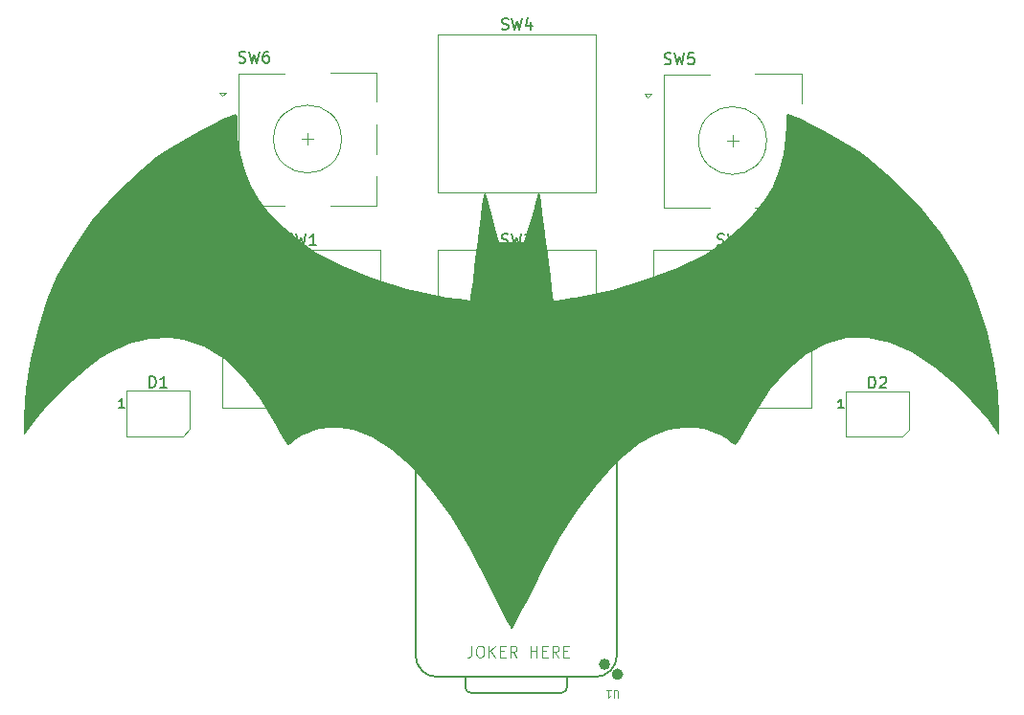
<source format=gbr>
%TF.GenerationSoftware,KiCad,Pcbnew,9.0.3*%
%TF.CreationDate,2025-08-02T11:23:48+05:30*%
%TF.ProjectId,BatPad,42617450-6164-42e6-9b69-6361645f7063,rev?*%
%TF.SameCoordinates,Original*%
%TF.FileFunction,Legend,Top*%
%TF.FilePolarity,Positive*%
%FSLAX46Y46*%
G04 Gerber Fmt 4.6, Leading zero omitted, Abs format (unit mm)*
G04 Created by KiCad (PCBNEW 9.0.3) date 2025-08-02 11:23:48*
%MOMM*%
%LPD*%
G01*
G04 APERTURE LIST*
%ADD10C,0.100000*%
%ADD11C,0.101600*%
%ADD12C,0.150000*%
%ADD13C,0.300000*%
%ADD14C,0.504000*%
%ADD15C,0.127000*%
%ADD16C,0.120000*%
%ADD17C,0.000000*%
G04 APERTURE END LIST*
D10*
X43932354Y-57023044D02*
X43932354Y-57737329D01*
X43932354Y-57737329D02*
X43884735Y-57880186D01*
X43884735Y-57880186D02*
X43789497Y-57975425D01*
X43789497Y-57975425D02*
X43646640Y-58023044D01*
X43646640Y-58023044D02*
X43551402Y-58023044D01*
X44599021Y-57023044D02*
X44789497Y-57023044D01*
X44789497Y-57023044D02*
X44884735Y-57070663D01*
X44884735Y-57070663D02*
X44979973Y-57165901D01*
X44979973Y-57165901D02*
X45027592Y-57356377D01*
X45027592Y-57356377D02*
X45027592Y-57689710D01*
X45027592Y-57689710D02*
X44979973Y-57880186D01*
X44979973Y-57880186D02*
X44884735Y-57975425D01*
X44884735Y-57975425D02*
X44789497Y-58023044D01*
X44789497Y-58023044D02*
X44599021Y-58023044D01*
X44599021Y-58023044D02*
X44503783Y-57975425D01*
X44503783Y-57975425D02*
X44408545Y-57880186D01*
X44408545Y-57880186D02*
X44360926Y-57689710D01*
X44360926Y-57689710D02*
X44360926Y-57356377D01*
X44360926Y-57356377D02*
X44408545Y-57165901D01*
X44408545Y-57165901D02*
X44503783Y-57070663D01*
X44503783Y-57070663D02*
X44599021Y-57023044D01*
X45456164Y-58023044D02*
X45456164Y-57023044D01*
X46027592Y-58023044D02*
X45599021Y-57451615D01*
X46027592Y-57023044D02*
X45456164Y-57594472D01*
X46456164Y-57499234D02*
X46789497Y-57499234D01*
X46932354Y-58023044D02*
X46456164Y-58023044D01*
X46456164Y-58023044D02*
X46456164Y-57023044D01*
X46456164Y-57023044D02*
X46932354Y-57023044D01*
X47932354Y-58023044D02*
X47599021Y-57546853D01*
X47360926Y-58023044D02*
X47360926Y-57023044D01*
X47360926Y-57023044D02*
X47741878Y-57023044D01*
X47741878Y-57023044D02*
X47837116Y-57070663D01*
X47837116Y-57070663D02*
X47884735Y-57118282D01*
X47884735Y-57118282D02*
X47932354Y-57213520D01*
X47932354Y-57213520D02*
X47932354Y-57356377D01*
X47932354Y-57356377D02*
X47884735Y-57451615D01*
X47884735Y-57451615D02*
X47837116Y-57499234D01*
X47837116Y-57499234D02*
X47741878Y-57546853D01*
X47741878Y-57546853D02*
X47360926Y-57546853D01*
X49122831Y-58023044D02*
X49122831Y-57023044D01*
X49122831Y-57499234D02*
X49694259Y-57499234D01*
X49694259Y-58023044D02*
X49694259Y-57023044D01*
X50170450Y-57499234D02*
X50503783Y-57499234D01*
X50646640Y-58023044D02*
X50170450Y-58023044D01*
X50170450Y-58023044D02*
X50170450Y-57023044D01*
X50170450Y-57023044D02*
X50646640Y-57023044D01*
X51646640Y-58023044D02*
X51313307Y-57546853D01*
X51075212Y-58023044D02*
X51075212Y-57023044D01*
X51075212Y-57023044D02*
X51456164Y-57023044D01*
X51456164Y-57023044D02*
X51551402Y-57070663D01*
X51551402Y-57070663D02*
X51599021Y-57118282D01*
X51599021Y-57118282D02*
X51646640Y-57213520D01*
X51646640Y-57213520D02*
X51646640Y-57356377D01*
X51646640Y-57356377D02*
X51599021Y-57451615D01*
X51599021Y-57451615D02*
X51551402Y-57499234D01*
X51551402Y-57499234D02*
X51456164Y-57546853D01*
X51456164Y-57546853D02*
X51075212Y-57546853D01*
X52075212Y-57499234D02*
X52408545Y-57499234D01*
X52551402Y-58023044D02*
X52075212Y-58023044D01*
X52075212Y-58023044D02*
X52075212Y-57023044D01*
X52075212Y-57023044D02*
X52551402Y-57023044D01*
D11*
X56866565Y-61587145D02*
X56866565Y-61073098D01*
X56866565Y-61073098D02*
X56836327Y-61012622D01*
X56836327Y-61012622D02*
X56806089Y-60982384D01*
X56806089Y-60982384D02*
X56745613Y-60952145D01*
X56745613Y-60952145D02*
X56624660Y-60952145D01*
X56624660Y-60952145D02*
X56564184Y-60982384D01*
X56564184Y-60982384D02*
X56533946Y-61012622D01*
X56533946Y-61012622D02*
X56503708Y-61073098D01*
X56503708Y-61073098D02*
X56503708Y-61587145D01*
X55868708Y-60952145D02*
X56231565Y-60952145D01*
X56050137Y-60952145D02*
X56050137Y-61587145D01*
X56050137Y-61587145D02*
X56110613Y-61496431D01*
X56110613Y-61496431D02*
X56171089Y-61435955D01*
X56171089Y-61435955D02*
X56231565Y-61405717D01*
D12*
X23400417Y-5404075D02*
X23543274Y-5451694D01*
X23543274Y-5451694D02*
X23781369Y-5451694D01*
X23781369Y-5451694D02*
X23876607Y-5404075D01*
X23876607Y-5404075D02*
X23924226Y-5356455D01*
X23924226Y-5356455D02*
X23971845Y-5261217D01*
X23971845Y-5261217D02*
X23971845Y-5165979D01*
X23971845Y-5165979D02*
X23924226Y-5070741D01*
X23924226Y-5070741D02*
X23876607Y-5023122D01*
X23876607Y-5023122D02*
X23781369Y-4975503D01*
X23781369Y-4975503D02*
X23590893Y-4927884D01*
X23590893Y-4927884D02*
X23495655Y-4880265D01*
X23495655Y-4880265D02*
X23448036Y-4832646D01*
X23448036Y-4832646D02*
X23400417Y-4737408D01*
X23400417Y-4737408D02*
X23400417Y-4642170D01*
X23400417Y-4642170D02*
X23448036Y-4546932D01*
X23448036Y-4546932D02*
X23495655Y-4499313D01*
X23495655Y-4499313D02*
X23590893Y-4451694D01*
X23590893Y-4451694D02*
X23828988Y-4451694D01*
X23828988Y-4451694D02*
X23971845Y-4499313D01*
X24305179Y-4451694D02*
X24543274Y-5451694D01*
X24543274Y-5451694D02*
X24733750Y-4737408D01*
X24733750Y-4737408D02*
X24924226Y-5451694D01*
X24924226Y-5451694D02*
X25162322Y-4451694D01*
X25971845Y-4451694D02*
X25781369Y-4451694D01*
X25781369Y-4451694D02*
X25686131Y-4499313D01*
X25686131Y-4499313D02*
X25638512Y-4546932D01*
X25638512Y-4546932D02*
X25543274Y-4689789D01*
X25543274Y-4689789D02*
X25495655Y-4880265D01*
X25495655Y-4880265D02*
X25495655Y-5261217D01*
X25495655Y-5261217D02*
X25543274Y-5356455D01*
X25543274Y-5356455D02*
X25590893Y-5404075D01*
X25590893Y-5404075D02*
X25686131Y-5451694D01*
X25686131Y-5451694D02*
X25876607Y-5451694D01*
X25876607Y-5451694D02*
X25971845Y-5404075D01*
X25971845Y-5404075D02*
X26019464Y-5356455D01*
X26019464Y-5356455D02*
X26067083Y-5261217D01*
X26067083Y-5261217D02*
X26067083Y-5023122D01*
X26067083Y-5023122D02*
X26019464Y-4927884D01*
X26019464Y-4927884D02*
X25971845Y-4880265D01*
X25971845Y-4880265D02*
X25876607Y-4832646D01*
X25876607Y-4832646D02*
X25686131Y-4832646D01*
X25686131Y-4832646D02*
X25590893Y-4880265D01*
X25590893Y-4880265D02*
X25543274Y-4927884D01*
X25543274Y-4927884D02*
X25495655Y-5023122D01*
X60975417Y-5538450D02*
X61118274Y-5586069D01*
X61118274Y-5586069D02*
X61356369Y-5586069D01*
X61356369Y-5586069D02*
X61451607Y-5538450D01*
X61451607Y-5538450D02*
X61499226Y-5490830D01*
X61499226Y-5490830D02*
X61546845Y-5395592D01*
X61546845Y-5395592D02*
X61546845Y-5300354D01*
X61546845Y-5300354D02*
X61499226Y-5205116D01*
X61499226Y-5205116D02*
X61451607Y-5157497D01*
X61451607Y-5157497D02*
X61356369Y-5109878D01*
X61356369Y-5109878D02*
X61165893Y-5062259D01*
X61165893Y-5062259D02*
X61070655Y-5014640D01*
X61070655Y-5014640D02*
X61023036Y-4967021D01*
X61023036Y-4967021D02*
X60975417Y-4871783D01*
X60975417Y-4871783D02*
X60975417Y-4776545D01*
X60975417Y-4776545D02*
X61023036Y-4681307D01*
X61023036Y-4681307D02*
X61070655Y-4633688D01*
X61070655Y-4633688D02*
X61165893Y-4586069D01*
X61165893Y-4586069D02*
X61403988Y-4586069D01*
X61403988Y-4586069D02*
X61546845Y-4633688D01*
X61880179Y-4586069D02*
X62118274Y-5586069D01*
X62118274Y-5586069D02*
X62308750Y-4871783D01*
X62308750Y-4871783D02*
X62499226Y-5586069D01*
X62499226Y-5586069D02*
X62737322Y-4586069D01*
X63594464Y-4586069D02*
X63118274Y-4586069D01*
X63118274Y-4586069D02*
X63070655Y-5062259D01*
X63070655Y-5062259D02*
X63118274Y-5014640D01*
X63118274Y-5014640D02*
X63213512Y-4967021D01*
X63213512Y-4967021D02*
X63451607Y-4967021D01*
X63451607Y-4967021D02*
X63546845Y-5014640D01*
X63546845Y-5014640D02*
X63594464Y-5062259D01*
X63594464Y-5062259D02*
X63642083Y-5157497D01*
X63642083Y-5157497D02*
X63642083Y-5395592D01*
X63642083Y-5395592D02*
X63594464Y-5490830D01*
X63594464Y-5490830D02*
X63546845Y-5538450D01*
X63546845Y-5538450D02*
X63451607Y-5586069D01*
X63451607Y-5586069D02*
X63213512Y-5586069D01*
X63213512Y-5586069D02*
X63118274Y-5538450D01*
X63118274Y-5538450D02*
X63070655Y-5490830D01*
X46600417Y-2455075D02*
X46743274Y-2502694D01*
X46743274Y-2502694D02*
X46981369Y-2502694D01*
X46981369Y-2502694D02*
X47076607Y-2455075D01*
X47076607Y-2455075D02*
X47124226Y-2407455D01*
X47124226Y-2407455D02*
X47171845Y-2312217D01*
X47171845Y-2312217D02*
X47171845Y-2216979D01*
X47171845Y-2216979D02*
X47124226Y-2121741D01*
X47124226Y-2121741D02*
X47076607Y-2074122D01*
X47076607Y-2074122D02*
X46981369Y-2026503D01*
X46981369Y-2026503D02*
X46790893Y-1978884D01*
X46790893Y-1978884D02*
X46695655Y-1931265D01*
X46695655Y-1931265D02*
X46648036Y-1883646D01*
X46648036Y-1883646D02*
X46600417Y-1788408D01*
X46600417Y-1788408D02*
X46600417Y-1693170D01*
X46600417Y-1693170D02*
X46648036Y-1597932D01*
X46648036Y-1597932D02*
X46695655Y-1550313D01*
X46695655Y-1550313D02*
X46790893Y-1502694D01*
X46790893Y-1502694D02*
X47028988Y-1502694D01*
X47028988Y-1502694D02*
X47171845Y-1550313D01*
X47505179Y-1502694D02*
X47743274Y-2502694D01*
X47743274Y-2502694D02*
X47933750Y-1788408D01*
X47933750Y-1788408D02*
X48124226Y-2502694D01*
X48124226Y-2502694D02*
X48362322Y-1502694D01*
X49171845Y-1836027D02*
X49171845Y-2502694D01*
X48933750Y-1455075D02*
X48695655Y-2169360D01*
X48695655Y-2169360D02*
X49314702Y-2169360D01*
X65670417Y-21533200D02*
X65813274Y-21580819D01*
X65813274Y-21580819D02*
X66051369Y-21580819D01*
X66051369Y-21580819D02*
X66146607Y-21533200D01*
X66146607Y-21533200D02*
X66194226Y-21485580D01*
X66194226Y-21485580D02*
X66241845Y-21390342D01*
X66241845Y-21390342D02*
X66241845Y-21295104D01*
X66241845Y-21295104D02*
X66194226Y-21199866D01*
X66194226Y-21199866D02*
X66146607Y-21152247D01*
X66146607Y-21152247D02*
X66051369Y-21104628D01*
X66051369Y-21104628D02*
X65860893Y-21057009D01*
X65860893Y-21057009D02*
X65765655Y-21009390D01*
X65765655Y-21009390D02*
X65718036Y-20961771D01*
X65718036Y-20961771D02*
X65670417Y-20866533D01*
X65670417Y-20866533D02*
X65670417Y-20771295D01*
X65670417Y-20771295D02*
X65718036Y-20676057D01*
X65718036Y-20676057D02*
X65765655Y-20628438D01*
X65765655Y-20628438D02*
X65860893Y-20580819D01*
X65860893Y-20580819D02*
X66098988Y-20580819D01*
X66098988Y-20580819D02*
X66241845Y-20628438D01*
X66575179Y-20580819D02*
X66813274Y-21580819D01*
X66813274Y-21580819D02*
X67003750Y-20866533D01*
X67003750Y-20866533D02*
X67194226Y-21580819D01*
X67194226Y-21580819D02*
X67432322Y-20580819D01*
X67718036Y-20580819D02*
X68337083Y-20580819D01*
X68337083Y-20580819D02*
X68003750Y-20961771D01*
X68003750Y-20961771D02*
X68146607Y-20961771D01*
X68146607Y-20961771D02*
X68241845Y-21009390D01*
X68241845Y-21009390D02*
X68289464Y-21057009D01*
X68289464Y-21057009D02*
X68337083Y-21152247D01*
X68337083Y-21152247D02*
X68337083Y-21390342D01*
X68337083Y-21390342D02*
X68289464Y-21485580D01*
X68289464Y-21485580D02*
X68241845Y-21533200D01*
X68241845Y-21533200D02*
X68146607Y-21580819D01*
X68146607Y-21580819D02*
X67860893Y-21580819D01*
X67860893Y-21580819D02*
X67765655Y-21533200D01*
X67765655Y-21533200D02*
X67718036Y-21485580D01*
X46586667Y-21533200D02*
X46729524Y-21580819D01*
X46729524Y-21580819D02*
X46967619Y-21580819D01*
X46967619Y-21580819D02*
X47062857Y-21533200D01*
X47062857Y-21533200D02*
X47110476Y-21485580D01*
X47110476Y-21485580D02*
X47158095Y-21390342D01*
X47158095Y-21390342D02*
X47158095Y-21295104D01*
X47158095Y-21295104D02*
X47110476Y-21199866D01*
X47110476Y-21199866D02*
X47062857Y-21152247D01*
X47062857Y-21152247D02*
X46967619Y-21104628D01*
X46967619Y-21104628D02*
X46777143Y-21057009D01*
X46777143Y-21057009D02*
X46681905Y-21009390D01*
X46681905Y-21009390D02*
X46634286Y-20961771D01*
X46634286Y-20961771D02*
X46586667Y-20866533D01*
X46586667Y-20866533D02*
X46586667Y-20771295D01*
X46586667Y-20771295D02*
X46634286Y-20676057D01*
X46634286Y-20676057D02*
X46681905Y-20628438D01*
X46681905Y-20628438D02*
X46777143Y-20580819D01*
X46777143Y-20580819D02*
X47015238Y-20580819D01*
X47015238Y-20580819D02*
X47158095Y-20628438D01*
X47491429Y-20580819D02*
X47729524Y-21580819D01*
X47729524Y-21580819D02*
X47920000Y-20866533D01*
X47920000Y-20866533D02*
X48110476Y-21580819D01*
X48110476Y-21580819D02*
X48348572Y-20580819D01*
X48681905Y-20676057D02*
X48729524Y-20628438D01*
X48729524Y-20628438D02*
X48824762Y-20580819D01*
X48824762Y-20580819D02*
X49062857Y-20580819D01*
X49062857Y-20580819D02*
X49158095Y-20628438D01*
X49158095Y-20628438D02*
X49205714Y-20676057D01*
X49205714Y-20676057D02*
X49253333Y-20771295D01*
X49253333Y-20771295D02*
X49253333Y-20866533D01*
X49253333Y-20866533D02*
X49205714Y-21009390D01*
X49205714Y-21009390D02*
X48634286Y-21580819D01*
X48634286Y-21580819D02*
X49253333Y-21580819D01*
X27540417Y-21533200D02*
X27683274Y-21580819D01*
X27683274Y-21580819D02*
X27921369Y-21580819D01*
X27921369Y-21580819D02*
X28016607Y-21533200D01*
X28016607Y-21533200D02*
X28064226Y-21485580D01*
X28064226Y-21485580D02*
X28111845Y-21390342D01*
X28111845Y-21390342D02*
X28111845Y-21295104D01*
X28111845Y-21295104D02*
X28064226Y-21199866D01*
X28064226Y-21199866D02*
X28016607Y-21152247D01*
X28016607Y-21152247D02*
X27921369Y-21104628D01*
X27921369Y-21104628D02*
X27730893Y-21057009D01*
X27730893Y-21057009D02*
X27635655Y-21009390D01*
X27635655Y-21009390D02*
X27588036Y-20961771D01*
X27588036Y-20961771D02*
X27540417Y-20866533D01*
X27540417Y-20866533D02*
X27540417Y-20771295D01*
X27540417Y-20771295D02*
X27588036Y-20676057D01*
X27588036Y-20676057D02*
X27635655Y-20628438D01*
X27635655Y-20628438D02*
X27730893Y-20580819D01*
X27730893Y-20580819D02*
X27968988Y-20580819D01*
X27968988Y-20580819D02*
X28111845Y-20628438D01*
X28445179Y-20580819D02*
X28683274Y-21580819D01*
X28683274Y-21580819D02*
X28873750Y-20866533D01*
X28873750Y-20866533D02*
X29064226Y-21580819D01*
X29064226Y-21580819D02*
X29302322Y-20580819D01*
X30207083Y-21580819D02*
X29635655Y-21580819D01*
X29921369Y-21580819D02*
X29921369Y-20580819D01*
X29921369Y-20580819D02*
X29826131Y-20723676D01*
X29826131Y-20723676D02*
X29730893Y-20818914D01*
X29730893Y-20818914D02*
X29635655Y-20866533D01*
X79070655Y-34226694D02*
X79070655Y-33226694D01*
X79070655Y-33226694D02*
X79308750Y-33226694D01*
X79308750Y-33226694D02*
X79451607Y-33274313D01*
X79451607Y-33274313D02*
X79546845Y-33369551D01*
X79546845Y-33369551D02*
X79594464Y-33464789D01*
X79594464Y-33464789D02*
X79642083Y-33655265D01*
X79642083Y-33655265D02*
X79642083Y-33798122D01*
X79642083Y-33798122D02*
X79594464Y-33988598D01*
X79594464Y-33988598D02*
X79546845Y-34083836D01*
X79546845Y-34083836D02*
X79451607Y-34179075D01*
X79451607Y-34179075D02*
X79308750Y-34226694D01*
X79308750Y-34226694D02*
X79070655Y-34226694D01*
X80023036Y-33321932D02*
X80070655Y-33274313D01*
X80070655Y-33274313D02*
X80165893Y-33226694D01*
X80165893Y-33226694D02*
X80403988Y-33226694D01*
X80403988Y-33226694D02*
X80499226Y-33274313D01*
X80499226Y-33274313D02*
X80546845Y-33321932D01*
X80546845Y-33321932D02*
X80594464Y-33417170D01*
X80594464Y-33417170D02*
X80594464Y-33512408D01*
X80594464Y-33512408D02*
X80546845Y-33655265D01*
X80546845Y-33655265D02*
X79975417Y-34226694D01*
X79975417Y-34226694D02*
X80594464Y-34226694D01*
X76837321Y-36009170D02*
X76380178Y-36009170D01*
X76608750Y-36009170D02*
X76608750Y-35209170D01*
X76608750Y-35209170D02*
X76532559Y-35323455D01*
X76532559Y-35323455D02*
X76456369Y-35399646D01*
X76456369Y-35399646D02*
X76380178Y-35437741D01*
X15470655Y-34176694D02*
X15470655Y-33176694D01*
X15470655Y-33176694D02*
X15708750Y-33176694D01*
X15708750Y-33176694D02*
X15851607Y-33224313D01*
X15851607Y-33224313D02*
X15946845Y-33319551D01*
X15946845Y-33319551D02*
X15994464Y-33414789D01*
X15994464Y-33414789D02*
X16042083Y-33605265D01*
X16042083Y-33605265D02*
X16042083Y-33748122D01*
X16042083Y-33748122D02*
X15994464Y-33938598D01*
X15994464Y-33938598D02*
X15946845Y-34033836D01*
X15946845Y-34033836D02*
X15851607Y-34129075D01*
X15851607Y-34129075D02*
X15708750Y-34176694D01*
X15708750Y-34176694D02*
X15470655Y-34176694D01*
X16994464Y-34176694D02*
X16423036Y-34176694D01*
X16708750Y-34176694D02*
X16708750Y-33176694D01*
X16708750Y-33176694D02*
X16613512Y-33319551D01*
X16613512Y-33319551D02*
X16518274Y-33414789D01*
X16518274Y-33414789D02*
X16423036Y-33462408D01*
X13237321Y-35959170D02*
X12780178Y-35959170D01*
X13008750Y-35959170D02*
X13008750Y-35159170D01*
X13008750Y-35159170D02*
X12932559Y-35273455D01*
X12932559Y-35273455D02*
X12856369Y-35349646D01*
X12856369Y-35349646D02*
X12780178Y-35387741D01*
D13*
X46098572Y-32050382D02*
X45955715Y-31978953D01*
X45955715Y-31978953D02*
X45741429Y-31978953D01*
X45741429Y-31978953D02*
X45527143Y-32050382D01*
X45527143Y-32050382D02*
X45384286Y-32193239D01*
X45384286Y-32193239D02*
X45312857Y-32336096D01*
X45312857Y-32336096D02*
X45241429Y-32621810D01*
X45241429Y-32621810D02*
X45241429Y-32836096D01*
X45241429Y-32836096D02*
X45312857Y-33121810D01*
X45312857Y-33121810D02*
X45384286Y-33264667D01*
X45384286Y-33264667D02*
X45527143Y-33407525D01*
X45527143Y-33407525D02*
X45741429Y-33478953D01*
X45741429Y-33478953D02*
X45884286Y-33478953D01*
X45884286Y-33478953D02*
X46098572Y-33407525D01*
X46098572Y-33407525D02*
X46170000Y-33336096D01*
X46170000Y-33336096D02*
X46170000Y-32836096D01*
X46170000Y-32836096D02*
X45884286Y-32836096D01*
X47027143Y-31978953D02*
X47027143Y-32336096D01*
X46670000Y-32193239D02*
X47027143Y-32336096D01*
X47027143Y-32336096D02*
X47384286Y-32193239D01*
X46812857Y-32621810D02*
X47027143Y-32336096D01*
X47027143Y-32336096D02*
X47241429Y-32621810D01*
X48170000Y-31978953D02*
X48170000Y-32336096D01*
X47812857Y-32193239D02*
X48170000Y-32336096D01*
X48170000Y-32336096D02*
X48527143Y-32193239D01*
X47955714Y-32621810D02*
X48170000Y-32336096D01*
X48170000Y-32336096D02*
X48384286Y-32621810D01*
X49312857Y-31978953D02*
X49312857Y-32336096D01*
X48955714Y-32193239D02*
X49312857Y-32336096D01*
X49312857Y-32336096D02*
X49670000Y-32193239D01*
X49098571Y-32621810D02*
X49312857Y-32336096D01*
X49312857Y-32336096D02*
X49527143Y-32621810D01*
%TO.C,U1*%
D14*
X57084756Y-59540625D02*
G75*
G02*
X56580756Y-59540625I-252000J0D01*
G01*
X56580756Y-59540625D02*
G75*
G02*
X57084756Y-59540625I252000J0D01*
G01*
X55941756Y-58660625D02*
G75*
G02*
X55437756Y-58660625I-252000J0D01*
G01*
X55437756Y-58660625D02*
G75*
G02*
X55941756Y-58660625I252000J0D01*
G01*
D15*
X56772756Y-57876625D02*
G75*
G02*
X54867756Y-59781625I-1905001J1D01*
G01*
X54867756Y-38826625D02*
G75*
G02*
X56772756Y-40731625I-1J-1905001D01*
G01*
X52374028Y-60691897D02*
G75*
G02*
X51874028Y-61191624I-500018J291D01*
G01*
X43878756Y-61191625D02*
G75*
G02*
X43378756Y-60691625I0J500000D01*
G01*
X40897756Y-59781625D02*
G75*
G02*
X38992756Y-57876625I0J1905000D01*
G01*
X38992756Y-40731625D02*
G75*
G02*
X40897756Y-38826625I1905000J0D01*
G01*
X56772756Y-40731625D02*
X56772756Y-57876625D01*
X54867756Y-38826625D02*
X40897756Y-38826625D01*
X52377756Y-59781625D02*
X52374028Y-60691897D01*
X51874028Y-61191625D02*
X43878756Y-61191625D01*
X43378756Y-60691625D02*
X43378756Y-59781625D01*
X40897756Y-59781625D02*
X54867756Y-59781625D01*
D10*
X40897756Y-59781625D02*
X54867756Y-59781625D01*
D15*
X38992756Y-40731625D02*
X38992756Y-57876625D01*
D16*
%TO.C,SW6*%
X32433750Y-12196875D02*
G75*
G02*
X26433750Y-12196875I-3000000J0D01*
G01*
X26433750Y-12196875D02*
G75*
G02*
X32433750Y-12196875I3000000J0D01*
G01*
X35533750Y-18096875D02*
X31433750Y-18096875D01*
X35533750Y-15496875D02*
X35533750Y-18096875D01*
X35533750Y-10896875D02*
X35533750Y-13496875D01*
X35533750Y-6296875D02*
X35533750Y-8896875D01*
X31433750Y-6296875D02*
X35533750Y-6296875D01*
X29433750Y-11696875D02*
X29433750Y-12696875D01*
X28933750Y-12196875D02*
X29933750Y-12196875D01*
X27433750Y-18096875D02*
X23333750Y-18096875D01*
X27433750Y-6396875D02*
X23333750Y-6396875D01*
X23333750Y-6396875D02*
X23333750Y-18096875D01*
X22233750Y-8096875D02*
X21933750Y-8396875D01*
X21933750Y-8396875D02*
X21633750Y-8096875D01*
X21633750Y-8096875D02*
X22233750Y-8096875D01*
%TO.C,SW5*%
X70008750Y-12331250D02*
G75*
G02*
X64008750Y-12331250I-3000000J0D01*
G01*
X64008750Y-12331250D02*
G75*
G02*
X70008750Y-12331250I3000000J0D01*
G01*
X73108750Y-18231250D02*
X69008750Y-18231250D01*
X73108750Y-15631250D02*
X73108750Y-18231250D01*
X73108750Y-11031250D02*
X73108750Y-13631250D01*
X73108750Y-6431250D02*
X73108750Y-9031250D01*
X69008750Y-6431250D02*
X73108750Y-6431250D01*
X67008750Y-11831250D02*
X67008750Y-12831250D01*
X66508750Y-12331250D02*
X67508750Y-12331250D01*
X65008750Y-18231250D02*
X60908750Y-18231250D01*
X65008750Y-6531250D02*
X60908750Y-6531250D01*
X60908750Y-6531250D02*
X60908750Y-18231250D01*
X59808750Y-8231250D02*
X59508750Y-8531250D01*
X59508750Y-8531250D02*
X59208750Y-8231250D01*
X59208750Y-8231250D02*
X59808750Y-8231250D01*
%TO.C,SW4*%
X54918750Y-16906875D02*
X40948750Y-16906875D01*
X54918750Y-2936875D02*
X54918750Y-16906875D01*
X40948750Y-16906875D02*
X40948750Y-2936875D01*
X40948750Y-2936875D02*
X54918750Y-2936875D01*
%TO.C,SW3*%
X73988750Y-35985000D02*
X60018750Y-35985000D01*
X73988750Y-22015000D02*
X73988750Y-35985000D01*
X60018750Y-35985000D02*
X60018750Y-22015000D01*
X60018750Y-22015000D02*
X73988750Y-22015000D01*
%TO.C,SW2*%
X54905000Y-35985000D02*
X40935000Y-35985000D01*
X54905000Y-22015000D02*
X54905000Y-35985000D01*
X40935000Y-35985000D02*
X40935000Y-22015000D01*
X40935000Y-22015000D02*
X54905000Y-22015000D01*
%TO.C,SW1*%
X35858750Y-35985000D02*
X21888750Y-35985000D01*
X35858750Y-22015000D02*
X35858750Y-35985000D01*
X21888750Y-35985000D02*
X21888750Y-22015000D01*
X21888750Y-22015000D02*
X35858750Y-22015000D01*
%TO.C,D2*%
X77008750Y-34521875D02*
X77008750Y-38521875D01*
X77008750Y-34521875D02*
X82608750Y-34521875D01*
X77008750Y-38521875D02*
X82008750Y-38521875D01*
X82608750Y-37921875D02*
X82008750Y-38521875D01*
X82608750Y-37921875D02*
X82608750Y-34521875D01*
%TO.C,D1*%
X13408750Y-34471875D02*
X13408750Y-38471875D01*
X13408750Y-34471875D02*
X19008750Y-34471875D01*
X13408750Y-38471875D02*
X18408750Y-38471875D01*
X19008750Y-37871875D02*
X18408750Y-38471875D01*
X19008750Y-37871875D02*
X19008750Y-34471875D01*
D17*
%TO.C,G\u002A\u002A\u002A*%
G36*
X72322457Y-10121582D02*
G01*
X73033725Y-10429939D01*
X73961739Y-10888119D01*
X75022762Y-11450509D01*
X76133058Y-12071497D01*
X77208891Y-12705471D01*
X78166524Y-13306817D01*
X78909821Y-13820667D01*
X81256109Y-15782310D01*
X83439762Y-18025415D01*
X85380416Y-20453694D01*
X86997706Y-22970857D01*
X87740738Y-24401457D01*
X88711315Y-26774094D01*
X89515790Y-29384483D01*
X90119438Y-32081907D01*
X90487530Y-34715648D01*
X90589285Y-36764254D01*
X90589285Y-38401817D01*
X89590226Y-37075328D01*
X88962968Y-36306711D01*
X88141705Y-35387810D01*
X87267426Y-34474130D01*
X86925494Y-34136274D01*
X84881979Y-32370029D01*
X82872180Y-31055298D01*
X80903090Y-30190812D01*
X78981698Y-29775301D01*
X77114996Y-29807498D01*
X75309974Y-30286132D01*
X73573623Y-31209935D01*
X71912934Y-32577637D01*
X70334898Y-34387969D01*
X68846507Y-36639662D01*
X68361647Y-37506429D01*
X67920827Y-38291838D01*
X67545440Y-38896157D01*
X67293936Y-39227928D01*
X67238425Y-39264018D01*
X66957022Y-39110280D01*
X66797413Y-38948695D01*
X66450850Y-38686619D01*
X65839979Y-38350229D01*
X65360761Y-38127919D01*
X64524499Y-37826722D01*
X63729425Y-37704659D01*
X62738164Y-37726079D01*
X62702177Y-37728618D01*
X61344897Y-37936675D01*
X60079472Y-38385848D01*
X58824110Y-39120697D01*
X57497021Y-40185779D01*
X56557360Y-41076122D01*
X54910086Y-42890805D01*
X53313315Y-45019398D01*
X51740511Y-47501945D01*
X50165141Y-50378491D01*
X49461632Y-51784835D01*
X48873631Y-52978564D01*
X48350589Y-54017924D01*
X47925397Y-54839376D01*
X47630945Y-55379381D01*
X47500124Y-55574400D01*
X47499999Y-55574402D01*
X47369771Y-55380625D01*
X47075804Y-54841652D01*
X46650989Y-54021023D01*
X46128215Y-52982276D01*
X45540374Y-51788951D01*
X45538366Y-51784835D01*
X43823893Y-48495200D01*
X42100295Y-45636045D01*
X40370806Y-43210802D01*
X38638658Y-41222903D01*
X36907085Y-39675780D01*
X35179321Y-38572866D01*
X33458597Y-37917591D01*
X32296829Y-37729638D01*
X31297715Y-37703568D01*
X30502193Y-37819656D01*
X29672986Y-38113463D01*
X29639238Y-38127919D01*
X28939739Y-38463471D01*
X28398303Y-38785406D01*
X28202585Y-38948695D01*
X27890684Y-39219169D01*
X27761573Y-39264018D01*
X27581323Y-39077590D01*
X27252052Y-38579280D01*
X26832211Y-37860545D01*
X26638352Y-37506429D01*
X25189349Y-35108865D01*
X23656014Y-33156187D01*
X22037131Y-31647390D01*
X20331486Y-30581469D01*
X18537864Y-29957418D01*
X17308061Y-29787278D01*
X15487004Y-29856191D01*
X13714322Y-30301869D01*
X11912068Y-31147322D01*
X11171095Y-31598930D01*
X9989975Y-32462928D01*
X8680537Y-33586028D01*
X7366746Y-34850396D01*
X6172566Y-36138199D01*
X5409773Y-37075328D01*
X4410714Y-38401817D01*
X4410714Y-36764254D01*
X4554621Y-34299992D01*
X4963190Y-31645722D01*
X5601694Y-28952162D01*
X6435407Y-26370028D01*
X7259261Y-24401457D01*
X8657423Y-21876675D01*
X10424532Y-19386164D01*
X12480222Y-17026210D01*
X14744129Y-14893105D01*
X16090178Y-13820667D01*
X16850662Y-13295578D01*
X17811433Y-12693148D01*
X18888753Y-12058990D01*
X19998887Y-11438716D01*
X21058098Y-10877938D01*
X21982651Y-10422269D01*
X22688809Y-10117322D01*
X23088329Y-10008661D01*
X23265489Y-10219037D01*
X23279210Y-10844028D01*
X23272988Y-10913800D01*
X23287617Y-12131404D01*
X23508596Y-13561174D01*
X23899893Y-15031902D01*
X24418949Y-16358661D01*
X25133348Y-17545527D01*
X26159109Y-18823031D01*
X27396714Y-20089701D01*
X28746647Y-21244065D01*
X30109391Y-22184652D01*
X30165278Y-22217881D01*
X32550789Y-23444066D01*
X35282118Y-24525448D01*
X38265784Y-25430107D01*
X41408305Y-26126121D01*
X41828001Y-26200365D01*
X42701647Y-26342712D01*
X43383478Y-26439348D01*
X43767440Y-26475854D01*
X43813882Y-26470374D01*
X43856764Y-26237363D01*
X43942021Y-25620846D01*
X44061138Y-24688024D01*
X44205602Y-23506097D01*
X44366897Y-22142267D01*
X44417095Y-21709422D01*
X44584094Y-20300523D01*
X44740585Y-19050095D01*
X44877366Y-18026244D01*
X44985231Y-17297074D01*
X45054976Y-16930691D01*
X45066837Y-16901942D01*
X45176347Y-17035962D01*
X45339048Y-17496014D01*
X45443698Y-17880777D01*
X45676726Y-18780408D01*
X45949299Y-19780829D01*
X46055865Y-20157321D01*
X46398256Y-21347946D01*
X47499999Y-21347946D01*
X48601743Y-21347946D01*
X48944134Y-20157321D01*
X49206184Y-19215842D01*
X49467135Y-18232178D01*
X49556301Y-17880777D01*
X49729336Y-17280930D01*
X49876215Y-16936901D01*
X49933162Y-16901942D01*
X49990021Y-17149379D01*
X50087692Y-17779517D01*
X50216970Y-18724249D01*
X50368650Y-19915472D01*
X50533529Y-21285080D01*
X50582903Y-21709422D01*
X50747576Y-23114568D01*
X50897961Y-24357891D01*
X51025544Y-25372191D01*
X51121812Y-26090266D01*
X51178248Y-26444915D01*
X51186117Y-26470374D01*
X51421025Y-26461997D01*
X51996281Y-26387714D01*
X52805830Y-26261945D01*
X53171997Y-26200365D01*
X56328440Y-25534133D01*
X59338308Y-24655062D01*
X62108120Y-23595074D01*
X64544394Y-22386090D01*
X64834721Y-22217881D01*
X66195830Y-21288464D01*
X67548296Y-20141018D01*
X68792604Y-18877016D01*
X69829236Y-17597930D01*
X70558675Y-16405231D01*
X70581050Y-16358661D01*
X71105320Y-15015766D01*
X71494902Y-13544547D01*
X71713761Y-12116211D01*
X71727011Y-10913800D01*
X71727168Y-10255024D01*
X71890919Y-10010101D01*
X71911670Y-10008661D01*
X72322457Y-10121582D01*
G37*
%TD*%
M02*

</source>
